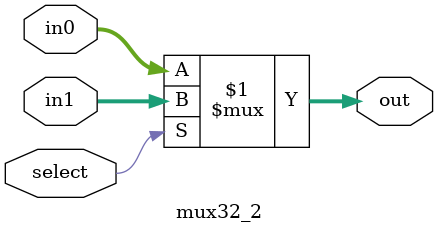
<source format=v>
module mux32_2(
    input select,
    input [31:0] in0,
    input [31:0] in1,
    output [31:0] out
);

    assign out = select ? in1 : in0;
    
endmodule
</source>
